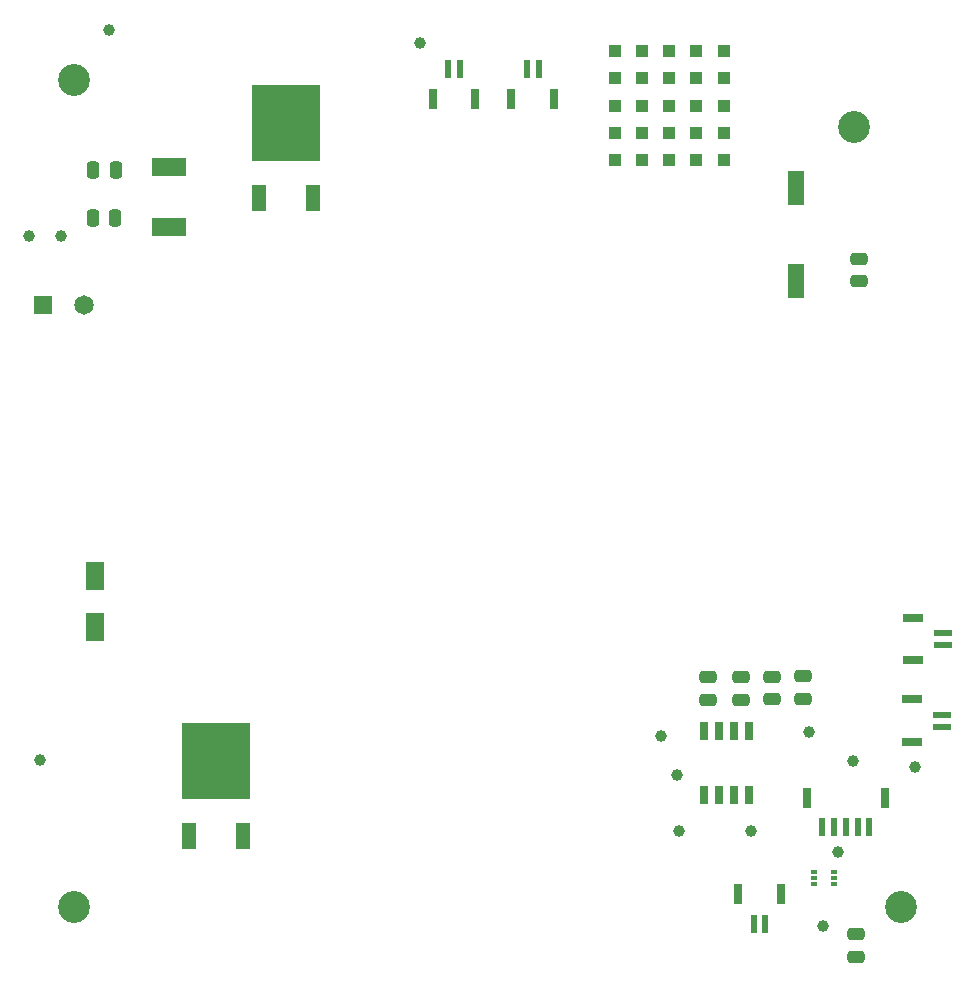
<source format=gbr>
%TF.GenerationSoftware,KiCad,Pcbnew,(6.0.1)*%
%TF.CreationDate,2024-01-13T19:57:02-05:00*%
%TF.ProjectId,PCB POWER,50434220-504f-4574-9552-2e6b69636164,rev?*%
%TF.SameCoordinates,Original*%
%TF.FileFunction,Soldermask,Top*%
%TF.FilePolarity,Negative*%
%FSLAX46Y46*%
G04 Gerber Fmt 4.6, Leading zero omitted, Abs format (unit mm)*
G04 Created by KiCad (PCBNEW (6.0.1)) date 2024-01-13 19:57:02*
%MOMM*%
%LPD*%
G01*
G04 APERTURE LIST*
G04 Aperture macros list*
%AMRoundRect*
0 Rectangle with rounded corners*
0 $1 Rounding radius*
0 $2 $3 $4 $5 $6 $7 $8 $9 X,Y pos of 4 corners*
0 Add a 4 corners polygon primitive as box body*
4,1,4,$2,$3,$4,$5,$6,$7,$8,$9,$2,$3,0*
0 Add four circle primitives for the rounded corners*
1,1,$1+$1,$2,$3*
1,1,$1+$1,$4,$5*
1,1,$1+$1,$6,$7*
1,1,$1+$1,$8,$9*
0 Add four rect primitives between the rounded corners*
20,1,$1+$1,$2,$3,$4,$5,0*
20,1,$1+$1,$4,$5,$6,$7,0*
20,1,$1+$1,$6,$7,$8,$9,0*
20,1,$1+$1,$8,$9,$2,$3,0*%
G04 Aperture macros list end*
%ADD10RoundRect,0.250000X-0.250000X-0.475000X0.250000X-0.475000X0.250000X0.475000X-0.250000X0.475000X0*%
%ADD11C,1.000000*%
%ADD12RoundRect,0.250000X-0.475000X0.250000X-0.475000X-0.250000X0.475000X-0.250000X0.475000X0.250000X0*%
%ADD13RoundRect,0.250000X0.475000X-0.250000X0.475000X0.250000X-0.475000X0.250000X-0.475000X-0.250000X0*%
%ADD14R,0.475000X0.300000*%
%ADD15R,1.550000X0.600000*%
%ADD16R,1.800000X0.800000*%
%ADD17C,2.700000*%
%ADD18R,0.650000X1.525000*%
%ADD19R,0.600000X1.550000*%
%ADD20R,0.800000X1.800000*%
%ADD21R,1.200000X2.200000*%
%ADD22R,5.800000X6.400000*%
%ADD23R,1.470000X3.000000*%
%ADD24R,1.650000X1.650000*%
%ADD25C,1.650000*%
%ADD26R,1.060000X1.060000*%
%ADD27R,1.550000X2.350000*%
%ADD28R,3.000000X1.650000*%
G04 APERTURE END LIST*
D10*
%TO.C,C2*%
X66560000Y-76710000D03*
X68460000Y-76710000D03*
%TD*%
D11*
%TO.C,TP6*%
X63830000Y-78250000D03*
%TD*%
D12*
%TO.C,C8*%
X131420000Y-80150000D03*
X131420000Y-82050000D03*
%TD*%
D11*
%TO.C,TP3*%
X116210000Y-128630000D03*
%TD*%
D13*
%TO.C,C5*%
X124090000Y-117450000D03*
X124090000Y-115550000D03*
%TD*%
D11*
%TO.C,TP7*%
X128410000Y-136620000D03*
%TD*%
D14*
%TO.C,IC1*%
X127652000Y-132070000D03*
X127652000Y-132570000D03*
X127652000Y-133070000D03*
X129328000Y-133070000D03*
X129328000Y-132570000D03*
X129328000Y-132070000D03*
%TD*%
D15*
%TO.C,J7*%
X138440000Y-119760000D03*
X138440000Y-118760000D03*
D16*
X135915000Y-121060000D03*
X135915000Y-117460000D03*
%TD*%
D17*
%TO.C,H3*%
X130990000Y-69000000D03*
%TD*%
D18*
%TO.C,U1*%
X118295000Y-125552000D03*
X119565000Y-125552000D03*
X120835000Y-125552000D03*
X122105000Y-125552000D03*
X122105000Y-120128000D03*
X120835000Y-120128000D03*
X119565000Y-120128000D03*
X118295000Y-120128000D03*
%TD*%
D11*
%TO.C,TP14*%
X116050000Y-123870000D03*
%TD*%
D19*
%TO.C,J3*%
X97630000Y-64100000D03*
X96630000Y-64100000D03*
D20*
X98930000Y-66625000D03*
X95330000Y-66625000D03*
%TD*%
D15*
%TO.C,J4*%
X138520000Y-112830000D03*
X138520000Y-111830000D03*
D16*
X135995000Y-114130000D03*
X135995000Y-110530000D03*
%TD*%
D21*
%TO.C,Q2*%
X80620000Y-74970000D03*
D22*
X82900000Y-68670000D03*
D21*
X85180000Y-74970000D03*
%TD*%
D11*
%TO.C,TP5*%
X61160000Y-78220000D03*
%TD*%
D21*
%TO.C,Q1*%
X74690000Y-129000000D03*
D22*
X76970000Y-122700000D03*
D21*
X79250000Y-129000000D03*
%TD*%
D23*
%TO.C,U4*%
X126130000Y-82060000D03*
X126130000Y-74160000D03*
%TD*%
D19*
%TO.C,J5*%
X128310000Y-128295000D03*
X129310000Y-128295000D03*
X130310000Y-128295000D03*
X131310000Y-128295000D03*
X132310000Y-128295000D03*
D20*
X127010000Y-125770000D03*
X133610000Y-125770000D03*
%TD*%
D19*
%TO.C,J6*%
X104300000Y-64070000D03*
X103300000Y-64070000D03*
D20*
X105600000Y-66595000D03*
X102000000Y-66595000D03*
%TD*%
D11*
%TO.C,TP11*%
X62090000Y-122610000D03*
%TD*%
D17*
%TO.C,H1*%
X64990000Y-135000000D03*
%TD*%
D13*
%TO.C,C7*%
X126690000Y-117400000D03*
X126690000Y-115500000D03*
%TD*%
D11*
%TO.C,TP4*%
X130900000Y-122690000D03*
%TD*%
D17*
%TO.C,H2*%
X64990000Y-65000000D03*
%TD*%
D11*
%TO.C,TP2*%
X122310000Y-128630000D03*
%TD*%
D24*
%TO.C,J1*%
X62305000Y-84095000D03*
D25*
X65805000Y-84095000D03*
%TD*%
D19*
%TO.C,J2*%
X122500000Y-136470000D03*
X123500000Y-136470000D03*
D20*
X121200000Y-133945000D03*
X124800000Y-133945000D03*
%TD*%
D26*
%TO.C,U3*%
X110790000Y-62590000D03*
X113080000Y-62590000D03*
X115370000Y-62590000D03*
X117660000Y-62590000D03*
X119950000Y-62590000D03*
X110790000Y-64880000D03*
X113080000Y-64880000D03*
X115370000Y-64880000D03*
X117660000Y-64880000D03*
X119950000Y-64880000D03*
X110790000Y-67170000D03*
X113080000Y-67170000D03*
X115370000Y-67170000D03*
X117660000Y-67170000D03*
X119950000Y-67170000D03*
X110790000Y-69460000D03*
X113080000Y-69460000D03*
X115370000Y-69460000D03*
X117660000Y-69460000D03*
X119950000Y-69460000D03*
X110790000Y-71750000D03*
X113080000Y-71750000D03*
X115370000Y-71750000D03*
X117660000Y-71750000D03*
X119950000Y-71750000D03*
%TD*%
D10*
%TO.C,C4*%
X66590000Y-72650000D03*
X68490000Y-72650000D03*
%TD*%
D11*
%TO.C,TP13*%
X94220000Y-61890000D03*
%TD*%
D13*
%TO.C,C6*%
X118630000Y-117490000D03*
X118630000Y-115590000D03*
%TD*%
D11*
%TO.C,TP8*%
X136150000Y-123200000D03*
%TD*%
D27*
%TO.C,D1*%
X66740000Y-111330000D03*
X66740000Y-107030000D03*
%TD*%
D28*
%TO.C,U2*%
X73040000Y-77440000D03*
X73040000Y-72340000D03*
%TD*%
D13*
%TO.C,C1*%
X131150000Y-139230000D03*
X131150000Y-137330000D03*
%TD*%
D11*
%TO.C,TP10*%
X114700000Y-120510000D03*
%TD*%
D17*
%TO.C,H4*%
X134990000Y-135000000D03*
%TD*%
D11*
%TO.C,TP9*%
X67920000Y-60740000D03*
%TD*%
%TO.C,TP1*%
X129660000Y-130410000D03*
%TD*%
D13*
%TO.C,C3*%
X121450000Y-117470000D03*
X121450000Y-115570000D03*
%TD*%
D11*
%TO.C,TP12*%
X127180000Y-120230000D03*
%TD*%
M02*

</source>
